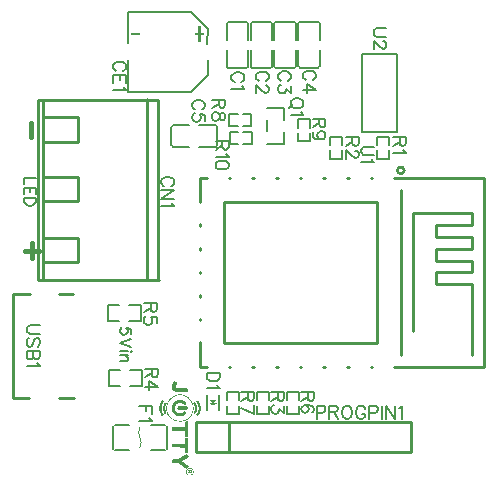
<source format=gto>
G04 Layer: TopSilkscreenLayer*
G04 EasyEDA v6.5.22, 2023-04-06 23:37:51*
G04 59bfaf2a9afe4f888a6a27d7eff82a53,13d4147aac1444c28c06bf4132869bd4,10*
G04 Gerber Generator version 0.2*
G04 Scale: 100 percent, Rotated: No, Reflected: No *
G04 Dimensions in millimeters *
G04 leading zeros omitted , absolute positions ,4 integer and 5 decimal *
%FSLAX45Y45*%
%MOMM*%

%ADD10C,0.4000*%
%ADD11C,0.2032*%
%ADD12C,0.1524*%
%ADD13C,0.2540*%
%ADD14C,0.1300*%
%ADD15C,0.1000*%
%ADD16C,0.0762*%
%ADD17C,0.0111*%

%LPD*%
G36*
X1283716Y-3142234D02*
G01*
X1279347Y-3144215D01*
X1274978Y-3147669D01*
X1270812Y-3152343D01*
X1267002Y-3157931D01*
X1263751Y-3164128D01*
X1261211Y-3170732D01*
X1259535Y-3177336D01*
X1258925Y-3183686D01*
X1259433Y-3190900D01*
X1260805Y-3197860D01*
X1263091Y-3204514D01*
X1266240Y-3210712D01*
X1270152Y-3216402D01*
X1274876Y-3221634D01*
X1280363Y-3226257D01*
X1286560Y-3230168D01*
X1296162Y-3235502D01*
X1394002Y-3235502D01*
X1397406Y-3231286D01*
X1399997Y-3225800D01*
X1400860Y-3218789D01*
X1399946Y-3211677D01*
X1397304Y-3205988D01*
X1393901Y-3201517D01*
X1333957Y-3200298D01*
X1314704Y-3199688D01*
X1308811Y-3199333D01*
X1304747Y-3198774D01*
X1302004Y-3198114D01*
X1300226Y-3197250D01*
X1298905Y-3196132D01*
X1297432Y-3194304D01*
X1296060Y-3191967D01*
X1294942Y-3189478D01*
X1294231Y-3187090D01*
X1293977Y-3183991D01*
X1294638Y-3180994D01*
X1296517Y-3177489D01*
X1302359Y-3169208D01*
X1304493Y-3165602D01*
X1305915Y-3162452D01*
X1306423Y-3160217D01*
X1304137Y-3153206D01*
X1298397Y-3146907D01*
X1291031Y-3142792D01*
G37*
G36*
X1326438Y-3254552D02*
G01*
X1319072Y-3254756D01*
X1312214Y-3255416D01*
X1305712Y-3256534D01*
X1299260Y-3258159D01*
X1292656Y-3260394D01*
X1285748Y-3263239D01*
X1278229Y-3266744D01*
X1272032Y-3270046D01*
X1266037Y-3273704D01*
X1260297Y-3277768D01*
X1254810Y-3282187D01*
X1249578Y-3286912D01*
X1244650Y-3291992D01*
X1240028Y-3297326D01*
X1235710Y-3302965D01*
X1231747Y-3308858D01*
X1228090Y-3315055D01*
X1224838Y-3321405D01*
X1221994Y-3328060D01*
X1219809Y-3334207D01*
X1218031Y-3340811D01*
X1216660Y-3347770D01*
X1215694Y-3355035D01*
X1215065Y-3363417D01*
X1221994Y-3363417D01*
X1222349Y-3355289D01*
X1223670Y-3347974D01*
X1226312Y-3338880D01*
X1228140Y-3333445D01*
X1230223Y-3328111D01*
X1232560Y-3322980D01*
X1237945Y-3313176D01*
X1240942Y-3308502D01*
X1247597Y-3299815D01*
X1251254Y-3295700D01*
X1259128Y-3288131D01*
X1263345Y-3284677D01*
X1267764Y-3281426D01*
X1277112Y-3275584D01*
X1281988Y-3273044D01*
X1287068Y-3270707D01*
X1297686Y-3266744D01*
X1303172Y-3265170D01*
X1309014Y-3263798D01*
X1314805Y-3262782D01*
X1320596Y-3262071D01*
X1326337Y-3261664D01*
X1332077Y-3261563D01*
X1343355Y-3262325D01*
X1348892Y-3263138D01*
X1354328Y-3264204D01*
X1359712Y-3265576D01*
X1364996Y-3267202D01*
X1370177Y-3269081D01*
X1375257Y-3271265D01*
X1385062Y-3276346D01*
X1394256Y-3282442D01*
X1398625Y-3285794D01*
X1406906Y-3293211D01*
X1410766Y-3297275D01*
X1417878Y-3305962D01*
X1424178Y-3315462D01*
X1426972Y-3320440D01*
X1431848Y-3331006D01*
X1433931Y-3336544D01*
X1435709Y-3342233D01*
X1437233Y-3348126D01*
X1438452Y-3354120D01*
X1439164Y-3359302D01*
X1439418Y-3365144D01*
X1439316Y-3371342D01*
X1438859Y-3377895D01*
X1438046Y-3384499D01*
X1436878Y-3391154D01*
X1435404Y-3397605D01*
X1433626Y-3403752D01*
X1431544Y-3409594D01*
X1429156Y-3415233D01*
X1426514Y-3420719D01*
X1423619Y-3426002D01*
X1417015Y-3435908D01*
X1413306Y-3440582D01*
X1409344Y-3445001D01*
X1405178Y-3449218D01*
X1400759Y-3453180D01*
X1396085Y-3456889D01*
X1391208Y-3460394D01*
X1380794Y-3466592D01*
X1375257Y-3469284D01*
X1369517Y-3471773D01*
X1362456Y-3474262D01*
X1355598Y-3475888D01*
X1347673Y-3476955D01*
X1337310Y-3477564D01*
X1328826Y-3477818D01*
X1321206Y-3477666D01*
X1314246Y-3477209D01*
X1307846Y-3476345D01*
X1301800Y-3475075D01*
X1295908Y-3473297D01*
X1289964Y-3471062D01*
X1283868Y-3468319D01*
X1277518Y-3464966D01*
X1271422Y-3461308D01*
X1265631Y-3457295D01*
X1260144Y-3452926D01*
X1254963Y-3448253D01*
X1250086Y-3443274D01*
X1245565Y-3437991D01*
X1241348Y-3432403D01*
X1237488Y-3426510D01*
X1233932Y-3420414D01*
X1230782Y-3414014D01*
X1228039Y-3407359D01*
X1225651Y-3400298D01*
X1224026Y-3393287D01*
X1223010Y-3385108D01*
X1222349Y-3374694D01*
X1221994Y-3363417D01*
X1215065Y-3363417D01*
X1214932Y-3369970D01*
X1215136Y-3377437D01*
X1215745Y-3384905D01*
X1216761Y-3392119D01*
X1218133Y-3399129D01*
X1219962Y-3405733D01*
X1222146Y-3411931D01*
X1224381Y-3417112D01*
X1229461Y-3426917D01*
X1232255Y-3431590D01*
X1238453Y-3440328D01*
X1245260Y-3448304D01*
X1252728Y-3455568D01*
X1260703Y-3462020D01*
X1269136Y-3467709D01*
X1278026Y-3472637D01*
X1287272Y-3476701D01*
X1291996Y-3478479D01*
X1301648Y-3481324D01*
X1311503Y-3483356D01*
X1321511Y-3484575D01*
X1331569Y-3484879D01*
X1336649Y-3484727D01*
X1346708Y-3483711D01*
X1351737Y-3482898D01*
X1361694Y-3480562D01*
X1371498Y-3477310D01*
X1381048Y-3473145D01*
X1385722Y-3470706D01*
X1394815Y-3465118D01*
X1399235Y-3461969D01*
X1407769Y-3454958D01*
X1415440Y-3447287D01*
X1422196Y-3439261D01*
X1428191Y-3430625D01*
X1433372Y-3421481D01*
X1435709Y-3416706D01*
X1439672Y-3406851D01*
X1442821Y-3396640D01*
X1443939Y-3391001D01*
X1444752Y-3384296D01*
X1445260Y-3376929D01*
X1445412Y-3369208D01*
X1445209Y-3361537D01*
X1444701Y-3354222D01*
X1443888Y-3347567D01*
X1442720Y-3341979D01*
X1440840Y-3336036D01*
X1438402Y-3329584D01*
X1435455Y-3322929D01*
X1432204Y-3316274D01*
X1428648Y-3309823D01*
X1424990Y-3303828D01*
X1421282Y-3298444D01*
X1417726Y-3293973D01*
X1409242Y-3285236D01*
X1404772Y-3281273D01*
X1400200Y-3277615D01*
X1395526Y-3274212D01*
X1390650Y-3271062D01*
X1385671Y-3268217D01*
X1380540Y-3265627D01*
X1375308Y-3263290D01*
X1369872Y-3261258D01*
X1364335Y-3259480D01*
X1358646Y-3258007D01*
X1352854Y-3256788D01*
X1346860Y-3255822D01*
X1340764Y-3255162D01*
X1334516Y-3254756D01*
G37*
G36*
X1330147Y-3301746D02*
G01*
X1318971Y-3301847D01*
X1311757Y-3302558D01*
X1306118Y-3304235D01*
X1299667Y-3307384D01*
X1294739Y-3310178D01*
X1290167Y-3313176D01*
X1285849Y-3316478D01*
X1281887Y-3319983D01*
X1278229Y-3323742D01*
X1274927Y-3327755D01*
X1271930Y-3331972D01*
X1269238Y-3336442D01*
X1266952Y-3341166D01*
X1264920Y-3346043D01*
X1263294Y-3351174D01*
X1261973Y-3356508D01*
X1261008Y-3362401D01*
X1260602Y-3368294D01*
X1260703Y-3374186D01*
X1261262Y-3380028D01*
X1262380Y-3385769D01*
X1263904Y-3391408D01*
X1265936Y-3396843D01*
X1268374Y-3402177D01*
X1271219Y-3407257D01*
X1274521Y-3412134D01*
X1278178Y-3416706D01*
X1282242Y-3421024D01*
X1286662Y-3424986D01*
X1291437Y-3428644D01*
X1296517Y-3431895D01*
X1301953Y-3434689D01*
X1307998Y-3437280D01*
X1313688Y-3438702D01*
X1320749Y-3439363D01*
X1331061Y-3439515D01*
X1341729Y-3439363D01*
X1348638Y-3438651D01*
X1354175Y-3436924D01*
X1360576Y-3433775D01*
X1368704Y-3429152D01*
X1374495Y-3425190D01*
X1378712Y-3421227D01*
X1382064Y-3416706D01*
X1383588Y-3413963D01*
X1384198Y-3411677D01*
X1383944Y-3409340D01*
X1382928Y-3406343D01*
X1378966Y-3400094D01*
X1373682Y-3397707D01*
X1366875Y-3399180D01*
X1351584Y-3408832D01*
X1344625Y-3411982D01*
X1337564Y-3413963D01*
X1330502Y-3414725D01*
X1323492Y-3414268D01*
X1316583Y-3412591D01*
X1309928Y-3409746D01*
X1303629Y-3405682D01*
X1299108Y-3401771D01*
X1295298Y-3397453D01*
X1292199Y-3392830D01*
X1289710Y-3387851D01*
X1287932Y-3382721D01*
X1286814Y-3377437D01*
X1286306Y-3372053D01*
X1286510Y-3366617D01*
X1287322Y-3361283D01*
X1288745Y-3356051D01*
X1290828Y-3350971D01*
X1293520Y-3346145D01*
X1296873Y-3341674D01*
X1300784Y-3337560D01*
X1305306Y-3333851D01*
X1310436Y-3330701D01*
X1314500Y-3328924D01*
X1318818Y-3327704D01*
X1323898Y-3327095D01*
X1330147Y-3326892D01*
X1339138Y-3327450D01*
X1346606Y-3329228D01*
X1353261Y-3332530D01*
X1361694Y-3339185D01*
X1366113Y-3341979D01*
X1367942Y-3342741D01*
X1375054Y-3342690D01*
X1380439Y-3338779D01*
X1383131Y-3332429D01*
X1382115Y-3324860D01*
X1378915Y-3320287D01*
X1373225Y-3315157D01*
X1365707Y-3309975D01*
X1357020Y-3305200D01*
X1352600Y-3303473D01*
X1347368Y-3302406D01*
X1340205Y-3301898D01*
G37*
G36*
X1481836Y-3302609D02*
G01*
X1480362Y-3303320D01*
X1472844Y-3308502D01*
X1467307Y-3312668D01*
X1467459Y-3313429D01*
X1469948Y-3317290D01*
X1474470Y-3323539D01*
X1477264Y-3328212D01*
X1480007Y-3333343D01*
X1482344Y-3338423D01*
X1484985Y-3345230D01*
X1486509Y-3351428D01*
X1487170Y-3358997D01*
X1487373Y-3369868D01*
X1487220Y-3377742D01*
X1486712Y-3384854D01*
X1485747Y-3391255D01*
X1484376Y-3397148D01*
X1482445Y-3402736D01*
X1479905Y-3408172D01*
X1476806Y-3413607D01*
X1467002Y-3427577D01*
X1480820Y-3438499D01*
X1485392Y-3433673D01*
X1488998Y-3429304D01*
X1492351Y-3424224D01*
X1495450Y-3418484D01*
X1498295Y-3412236D01*
X1500733Y-3405581D01*
X1502867Y-3398621D01*
X1504645Y-3391458D01*
X1505966Y-3384245D01*
X1506880Y-3377082D01*
X1507236Y-3370072D01*
X1507134Y-3363315D01*
X1506474Y-3357016D01*
X1505458Y-3351326D01*
X1504035Y-3345535D01*
X1502308Y-3339693D01*
X1500276Y-3333902D01*
X1497990Y-3328263D01*
X1495501Y-3322878D01*
X1492859Y-3317900D01*
X1487170Y-3309162D01*
X1482801Y-3303473D01*
G37*
G36*
X1180642Y-3302609D02*
G01*
X1179931Y-3303015D01*
X1177290Y-3305860D01*
X1172362Y-3312718D01*
X1169314Y-3317748D01*
X1166520Y-3322980D01*
X1164031Y-3328415D01*
X1161796Y-3333953D01*
X1159865Y-3339642D01*
X1158290Y-3345383D01*
X1156970Y-3351225D01*
X1155954Y-3357067D01*
X1154887Y-3368751D01*
X1154887Y-3374542D01*
X1155192Y-3380232D01*
X1155801Y-3385820D01*
X1156766Y-3391306D01*
X1158138Y-3396589D01*
X1161643Y-3406749D01*
X1166266Y-3417315D01*
X1171346Y-3426866D01*
X1173784Y-3430828D01*
X1180388Y-3439210D01*
X1194866Y-3427729D01*
X1184960Y-3413302D01*
X1181760Y-3407816D01*
X1179220Y-3402533D01*
X1177340Y-3397199D01*
X1175969Y-3391611D01*
X1175105Y-3385515D01*
X1174648Y-3378606D01*
X1174496Y-3370630D01*
X1174699Y-3359200D01*
X1175359Y-3351479D01*
X1176883Y-3345281D01*
X1179626Y-3338423D01*
X1182014Y-3333394D01*
X1184757Y-3328263D01*
X1187500Y-3323691D01*
X1189888Y-3320237D01*
X1195070Y-3313684D01*
X1185722Y-3306013D01*
X1181557Y-3303066D01*
G37*
G36*
X1457960Y-3320338D02*
G01*
X1443939Y-3331464D01*
X1449273Y-3341624D01*
X1451457Y-3346348D01*
X1453184Y-3351276D01*
X1454505Y-3356406D01*
X1455470Y-3361639D01*
X1455978Y-3366922D01*
X1456080Y-3372256D01*
X1455724Y-3377590D01*
X1455013Y-3382772D01*
X1453896Y-3387801D01*
X1452321Y-3392627D01*
X1450390Y-3397199D01*
X1448054Y-3401415D01*
X1443278Y-3408934D01*
X1451762Y-3415893D01*
X1455978Y-3418535D01*
X1457147Y-3418941D01*
X1459941Y-3416909D01*
X1463598Y-3411626D01*
X1467459Y-3404311D01*
X1470812Y-3396132D01*
X1472184Y-3391560D01*
X1473301Y-3386582D01*
X1474825Y-3376117D01*
X1475181Y-3365906D01*
X1474927Y-3361283D01*
X1474317Y-3357219D01*
X1472336Y-3349193D01*
X1469542Y-3341166D01*
X1466189Y-3333648D01*
X1462430Y-3327146D01*
G37*
G36*
X1204315Y-3322320D02*
G01*
X1201115Y-3324961D01*
X1196949Y-3331768D01*
X1192733Y-3341166D01*
X1189278Y-3351479D01*
X1188008Y-3357067D01*
X1187145Y-3362604D01*
X1186688Y-3368040D01*
X1186688Y-3373526D01*
X1187145Y-3378962D01*
X1188059Y-3384499D01*
X1189380Y-3390036D01*
X1191107Y-3395675D01*
X1194663Y-3404463D01*
X1198422Y-3411880D01*
X1201978Y-3417011D01*
X1204671Y-3418941D01*
X1205941Y-3418535D01*
X1210310Y-3415893D01*
X1218793Y-3408934D01*
X1214120Y-3401517D01*
X1211681Y-3397199D01*
X1209700Y-3392627D01*
X1208074Y-3387801D01*
X1206906Y-3382772D01*
X1206144Y-3377641D01*
X1205839Y-3372408D01*
X1205890Y-3367125D01*
X1206398Y-3361893D01*
X1207312Y-3356711D01*
X1208684Y-3351631D01*
X1210462Y-3346704D01*
X1212646Y-3341979D01*
X1218184Y-3331362D01*
X1209802Y-3325063D01*
X1205585Y-3322675D01*
G37*
G36*
X1315262Y-3356305D02*
G01*
X1310640Y-3361842D01*
X1307287Y-3366719D01*
X1306271Y-3371037D01*
X1307541Y-3375202D01*
X1311198Y-3379724D01*
X1316431Y-3384956D01*
X1376172Y-3384854D01*
X1387856Y-3384397D01*
X1391107Y-3383889D01*
X1393291Y-3383076D01*
X1394917Y-3382010D01*
X1396441Y-3380536D01*
X1399743Y-3375660D01*
X1400860Y-3370173D01*
X1399895Y-3364788D01*
X1396695Y-3360216D01*
X1395222Y-3358946D01*
X1393545Y-3358032D01*
X1391208Y-3357321D01*
X1387754Y-3356864D01*
X1375714Y-3356406D01*
G37*
G36*
X1386535Y-3483356D02*
G01*
X1382217Y-3483559D01*
X1378864Y-3484219D01*
X1376324Y-3485642D01*
X1374546Y-3488080D01*
X1373327Y-3491737D01*
X1372616Y-3496818D01*
X1372209Y-3512413D01*
X1372209Y-3533495D01*
X1289100Y-3533546D01*
X1273149Y-3534003D01*
X1268984Y-3534460D01*
X1266494Y-3535172D01*
X1265072Y-3536137D01*
X1264005Y-3537458D01*
X1261770Y-3543503D01*
X1261160Y-3551224D01*
X1262227Y-3558743D01*
X1264818Y-3563924D01*
X1266139Y-3565042D01*
X1267968Y-3565906D01*
X1270812Y-3566566D01*
X1281887Y-3567277D01*
X1303832Y-3567480D01*
X1372209Y-3567480D01*
X1372362Y-3596487D01*
X1372768Y-3603853D01*
X1373327Y-3609390D01*
X1374038Y-3612337D01*
X1375410Y-3614064D01*
X1377594Y-3615131D01*
X1381150Y-3615690D01*
X1386535Y-3615842D01*
X1391920Y-3615690D01*
X1395425Y-3615131D01*
X1397609Y-3614064D01*
X1398981Y-3612337D01*
X1399387Y-3610559D01*
X1400098Y-3601465D01*
X1400556Y-3585514D01*
X1400810Y-3563365D01*
X1400759Y-3519576D01*
X1400505Y-3506165D01*
X1400098Y-3497122D01*
X1399489Y-3491534D01*
X1398625Y-3488334D01*
X1398066Y-3487369D01*
X1396288Y-3485387D01*
X1394104Y-3484168D01*
X1390954Y-3483559D01*
G37*
G36*
X1386027Y-3621176D02*
G01*
X1381912Y-3621379D01*
X1378661Y-3622090D01*
X1376222Y-3623513D01*
X1374495Y-3626002D01*
X1373327Y-3629660D01*
X1372616Y-3634740D01*
X1372209Y-3650234D01*
X1372209Y-3671315D01*
X1291234Y-3671366D01*
X1275283Y-3671824D01*
X1270812Y-3672230D01*
X1267968Y-3672890D01*
X1266139Y-3673754D01*
X1264818Y-3674872D01*
X1263142Y-3677056D01*
X1262024Y-3679748D01*
X1261414Y-3683304D01*
X1261211Y-3691890D01*
X1261313Y-3695141D01*
X1261770Y-3697782D01*
X1262786Y-3699865D01*
X1264615Y-3701440D01*
X1267510Y-3702659D01*
X1271625Y-3703523D01*
X1277264Y-3704082D01*
X1293876Y-3704640D01*
X1372209Y-3705453D01*
X1372311Y-3735273D01*
X1372666Y-3741877D01*
X1373428Y-3746906D01*
X1374648Y-3750513D01*
X1376476Y-3753002D01*
X1378966Y-3754475D01*
X1382318Y-3755237D01*
X1386535Y-3755440D01*
X1389888Y-3755186D01*
X1392783Y-3754526D01*
X1395272Y-3753408D01*
X1398066Y-3750970D01*
X1398727Y-3749954D01*
X1399743Y-3746601D01*
X1400352Y-3740302D01*
X1400810Y-3712413D01*
X1400759Y-3654348D01*
X1400556Y-3640632D01*
X1400098Y-3632098D01*
X1399387Y-3627323D01*
X1398879Y-3625900D01*
X1397558Y-3624122D01*
X1395628Y-3622903D01*
X1392986Y-3621989D01*
X1389735Y-3621379D01*
G37*
G36*
X1385316Y-3760063D02*
G01*
X1382268Y-3760622D01*
X1378610Y-3761994D01*
X1374190Y-3764178D01*
X1368856Y-3767226D01*
X1354937Y-3776116D01*
X1313535Y-3803751D01*
X1284224Y-3803904D01*
X1276756Y-3804310D01*
X1270965Y-3804970D01*
X1267561Y-3805834D01*
X1264310Y-3808425D01*
X1261973Y-3812387D01*
X1260652Y-3817264D01*
X1260348Y-3822547D01*
X1260957Y-3827729D01*
X1262481Y-3832351D01*
X1264970Y-3835958D01*
X1268425Y-3837940D01*
X1271778Y-3838448D01*
X1285138Y-3839210D01*
X1314043Y-3839514D01*
X1360576Y-3870451D01*
X1370380Y-3876649D01*
X1377746Y-3880815D01*
X1383182Y-3882999D01*
X1387297Y-3883456D01*
X1390599Y-3882237D01*
X1393596Y-3879545D01*
X1396847Y-3875532D01*
X1400200Y-3870655D01*
X1402181Y-3866387D01*
X1402537Y-3862476D01*
X1401216Y-3858666D01*
X1398016Y-3854653D01*
X1392732Y-3850182D01*
X1385316Y-3845001D01*
X1353667Y-3825290D01*
X1349603Y-3822293D01*
X1348994Y-3821582D01*
X1350721Y-3820160D01*
X1362303Y-3812540D01*
X1379677Y-3801719D01*
X1393952Y-3792372D01*
X1397609Y-3789730D01*
X1401419Y-3785209D01*
X1402537Y-3780180D01*
X1400962Y-3774389D01*
X1396695Y-3767632D01*
X1394460Y-3764889D01*
X1392326Y-3762705D01*
X1390243Y-3761130D01*
X1387957Y-3760266D01*
G37*
G36*
X1413357Y-3877106D02*
G01*
X1407617Y-3877614D01*
X1402130Y-3879087D01*
X1397101Y-3881424D01*
X1392580Y-3884574D01*
X1388719Y-3888384D01*
X1385570Y-3892804D01*
X1383284Y-3897782D01*
X1381963Y-3903167D01*
X1381542Y-3907840D01*
X1387043Y-3907840D01*
X1387551Y-3902964D01*
X1389634Y-3896918D01*
X1393240Y-3891787D01*
X1398016Y-3887673D01*
X1403705Y-3884726D01*
X1409954Y-3883101D01*
X1416507Y-3882847D01*
X1422958Y-3884168D01*
X1429004Y-3887063D01*
X1433372Y-3890721D01*
X1436624Y-3895191D01*
X1438859Y-3900271D01*
X1439976Y-3905707D01*
X1439926Y-3911244D01*
X1438808Y-3916679D01*
X1436471Y-3921810D01*
X1432966Y-3926433D01*
X1429258Y-3929684D01*
X1425346Y-3932123D01*
X1421333Y-3933799D01*
X1417167Y-3934764D01*
X1413052Y-3935018D01*
X1408938Y-3934663D01*
X1405026Y-3933647D01*
X1401267Y-3932072D01*
X1397812Y-3929938D01*
X1394714Y-3927297D01*
X1392072Y-3924198D01*
X1389888Y-3920693D01*
X1388262Y-3916730D01*
X1387297Y-3912463D01*
X1387043Y-3907840D01*
X1381542Y-3907840D01*
X1381760Y-3913022D01*
X1382623Y-3917492D01*
X1384046Y-3921658D01*
X1385976Y-3925468D01*
X1388414Y-3928922D01*
X1391208Y-3931970D01*
X1394358Y-3934612D01*
X1397863Y-3936847D01*
X1401572Y-3938625D01*
X1405483Y-3939895D01*
X1409547Y-3940708D01*
X1413713Y-3940962D01*
X1417878Y-3940708D01*
X1422044Y-3939946D01*
X1426159Y-3938524D01*
X1430172Y-3936542D01*
X1433982Y-3933951D01*
X1437538Y-3930700D01*
X1440840Y-3926738D01*
X1443634Y-3920185D01*
X1445107Y-3911142D01*
X1445107Y-3902201D01*
X1443380Y-3895750D01*
X1440332Y-3891229D01*
X1437182Y-3887368D01*
X1433830Y-3884117D01*
X1430274Y-3881526D01*
X1426514Y-3879596D01*
X1422450Y-3878173D01*
X1418082Y-3877360D01*
G37*
G36*
X1413357Y-3896817D02*
G01*
X1403502Y-3896868D01*
X1398168Y-3897325D01*
X1395933Y-3898392D01*
X1395476Y-3900373D01*
X1395730Y-3902151D01*
X1396695Y-3903268D01*
X1398625Y-3903827D01*
X1404467Y-3904132D01*
X1406448Y-3904589D01*
X1407617Y-3905351D01*
X1407968Y-3906316D01*
X1415338Y-3906316D01*
X1415846Y-3904843D01*
X1417218Y-3904132D01*
X1419656Y-3903979D01*
X1422095Y-3904132D01*
X1423416Y-3904843D01*
X1423924Y-3906316D01*
X1423771Y-3908907D01*
X1423314Y-3911142D01*
X1422501Y-3912666D01*
X1421333Y-3913530D01*
X1419656Y-3913784D01*
X1417980Y-3913530D01*
X1416761Y-3912666D01*
X1415948Y-3911142D01*
X1415491Y-3908907D01*
X1415338Y-3906316D01*
X1407968Y-3906316D01*
X1407515Y-3907739D01*
X1406144Y-3909314D01*
X1404162Y-3911041D01*
X1398016Y-3915410D01*
X1395882Y-3918153D01*
X1395476Y-3920642D01*
X1396949Y-3922572D01*
X1397965Y-3922623D01*
X1399692Y-3922166D01*
X1407566Y-3918051D01*
X1409750Y-3917289D01*
X1411427Y-3917696D01*
X1413256Y-3919067D01*
X1417066Y-3921251D01*
X1421333Y-3921760D01*
X1425346Y-3920591D01*
X1428496Y-3917899D01*
X1429562Y-3915664D01*
X1430477Y-3912565D01*
X1431036Y-3909009D01*
X1431290Y-3905351D01*
X1431290Y-3896817D01*
G37*
D10*
X68094Y-955497D02*
G01*
X68094Y-1078179D01*
D11*
X107337Y-1418996D02*
G01*
X11833Y-1418996D01*
X11833Y-1418996D02*
G01*
X11833Y-1473606D01*
X107337Y-1503578D02*
G01*
X11833Y-1503578D01*
X107337Y-1503578D02*
G01*
X107337Y-1562506D01*
X61871Y-1503578D02*
G01*
X61871Y-1539900D01*
X11833Y-1503578D02*
G01*
X11833Y-1562506D01*
X107337Y-1592732D02*
G01*
X11833Y-1592732D01*
X107337Y-1592732D02*
G01*
X107337Y-1624482D01*
X102765Y-1638198D01*
X93875Y-1647088D01*
X84731Y-1651660D01*
X71015Y-1656232D01*
X48409Y-1656232D01*
X34693Y-1651660D01*
X25549Y-1647088D01*
X16405Y-1638198D01*
X11833Y-1624482D01*
X11833Y-1592732D01*
D10*
X140809Y-2037963D02*
G01*
X18127Y-2037963D01*
X79595Y-1976495D02*
G01*
X79595Y-2099177D01*
D11*
X917831Y-2743113D02*
G01*
X917831Y-2697647D01*
X876937Y-2693075D01*
X881509Y-2697647D01*
X886081Y-2711109D01*
X886081Y-2724825D01*
X881509Y-2738541D01*
X872365Y-2747685D01*
X858903Y-2752257D01*
X849759Y-2752257D01*
X836043Y-2747685D01*
X826899Y-2738541D01*
X822327Y-2724825D01*
X822327Y-2711109D01*
X826899Y-2697647D01*
X831471Y-2693075D01*
X840615Y-2688503D01*
X917831Y-2782229D02*
G01*
X822327Y-2818551D01*
X917831Y-2854873D02*
G01*
X822327Y-2818551D01*
X917831Y-2884845D02*
G01*
X913259Y-2889417D01*
X917831Y-2893989D01*
X922403Y-2889417D01*
X917831Y-2884845D01*
X886081Y-2889417D02*
G01*
X822327Y-2889417D01*
X886081Y-2923961D02*
G01*
X822327Y-2923961D01*
X867793Y-2923961D02*
G01*
X881509Y-2937677D01*
X886081Y-2946567D01*
X886081Y-2960283D01*
X881509Y-2969427D01*
X867793Y-2973999D01*
X822327Y-2973999D01*
D12*
X1091813Y-3353993D02*
G01*
X982847Y-3353993D01*
X1091813Y-3353993D02*
G01*
X1091813Y-3421557D01*
X1039997Y-3353993D02*
G01*
X1039997Y-3395649D01*
X1070985Y-3455847D02*
G01*
X1076319Y-3466261D01*
X1091813Y-3481755D01*
X982847Y-3481755D01*
X1142314Y-3036493D02*
G01*
X1033348Y-3036493D01*
X1142314Y-3036493D02*
G01*
X1142314Y-3083229D01*
X1137234Y-3098723D01*
X1131900Y-3104057D01*
X1121486Y-3109137D01*
X1111072Y-3109137D01*
X1100658Y-3104057D01*
X1095578Y-3098723D01*
X1090498Y-3083229D01*
X1090498Y-3036493D01*
X1090498Y-3072815D02*
G01*
X1033348Y-3109137D01*
X1142314Y-3195497D02*
G01*
X1069670Y-3143427D01*
X1069670Y-3221405D01*
X1142314Y-3195497D02*
G01*
X1033348Y-3195497D01*
X1132814Y-2484493D02*
G01*
X1023848Y-2484493D01*
X1132814Y-2484493D02*
G01*
X1132814Y-2531229D01*
X1127734Y-2546723D01*
X1122400Y-2552057D01*
X1111986Y-2557137D01*
X1101572Y-2557137D01*
X1091158Y-2552057D01*
X1086078Y-2546723D01*
X1080998Y-2531229D01*
X1080998Y-2484493D01*
X1080998Y-2520815D02*
G01*
X1023848Y-2557137D01*
X1132814Y-2653911D02*
G01*
X1132814Y-2601841D01*
X1086078Y-2596761D01*
X1091158Y-2601841D01*
X1096492Y-2617589D01*
X1096492Y-2633083D01*
X1091158Y-2648577D01*
X1080998Y-2658991D01*
X1065250Y-2664325D01*
X1054836Y-2664325D01*
X1039342Y-2658991D01*
X1028928Y-2648577D01*
X1023848Y-2633083D01*
X1023848Y-2617589D01*
X1028928Y-2601841D01*
X1034008Y-2596761D01*
X1044422Y-2591427D01*
X141315Y-2669994D02*
G01*
X63337Y-2669994D01*
X47843Y-2675074D01*
X37429Y-2685488D01*
X32349Y-2701236D01*
X32349Y-2711650D01*
X37429Y-2727144D01*
X47843Y-2737558D01*
X63337Y-2742638D01*
X141315Y-2742638D01*
X125821Y-2849826D02*
G01*
X136235Y-2839412D01*
X141315Y-2823664D01*
X141315Y-2803090D01*
X136235Y-2787342D01*
X125821Y-2776928D01*
X115407Y-2776928D01*
X104993Y-2782262D01*
X99659Y-2787342D01*
X94579Y-2797756D01*
X84165Y-2828998D01*
X79085Y-2839412D01*
X73751Y-2844492D01*
X63337Y-2849826D01*
X47843Y-2849826D01*
X37429Y-2839412D01*
X32349Y-2823664D01*
X32349Y-2803090D01*
X37429Y-2787342D01*
X47843Y-2776928D01*
X141315Y-2884116D02*
G01*
X32349Y-2884116D01*
X141315Y-2884116D02*
G01*
X141315Y-2930852D01*
X136235Y-2946346D01*
X130901Y-2951680D01*
X120487Y-2956760D01*
X110073Y-2956760D01*
X99659Y-2951680D01*
X94579Y-2946346D01*
X89499Y-2930852D01*
X89499Y-2884116D02*
G01*
X89499Y-2930852D01*
X84165Y-2946346D01*
X79085Y-2951680D01*
X68671Y-2956760D01*
X52923Y-2956760D01*
X42509Y-2951680D01*
X37429Y-2946346D01*
X32349Y-2930852D01*
X32349Y-2884116D01*
X120487Y-2991050D02*
G01*
X125821Y-3001464D01*
X141315Y-3016958D01*
X32349Y-3016958D01*
X1255369Y-1492859D02*
G01*
X1265783Y-1487779D01*
X1276197Y-1477365D01*
X1281277Y-1466951D01*
X1281277Y-1446123D01*
X1276197Y-1435709D01*
X1265783Y-1425295D01*
X1255369Y-1420215D01*
X1239875Y-1415135D01*
X1213713Y-1415135D01*
X1198219Y-1420215D01*
X1187805Y-1425295D01*
X1177391Y-1435709D01*
X1172311Y-1446123D01*
X1172311Y-1466951D01*
X1177391Y-1477365D01*
X1187805Y-1487779D01*
X1198219Y-1492859D01*
X1281277Y-1527149D02*
G01*
X1172311Y-1527149D01*
X1281277Y-1527149D02*
G01*
X1172311Y-1600047D01*
X1281277Y-1600047D02*
G01*
X1172311Y-1600047D01*
X1260449Y-1634337D02*
G01*
X1265783Y-1644751D01*
X1281277Y-1660245D01*
X1172311Y-1660245D01*
X2375385Y-780214D02*
G01*
X2370051Y-769800D01*
X2359637Y-759386D01*
X2349477Y-754306D01*
X2333729Y-748972D01*
X2307821Y-748972D01*
X2292327Y-754306D01*
X2281913Y-759386D01*
X2271499Y-769800D01*
X2266165Y-780214D01*
X2266165Y-801042D01*
X2271499Y-811456D01*
X2281913Y-821616D01*
X2292327Y-826950D01*
X2307821Y-832030D01*
X2333729Y-832030D01*
X2349477Y-826950D01*
X2359637Y-821616D01*
X2370051Y-811456D01*
X2375385Y-801042D01*
X2375385Y-780214D01*
X2286993Y-795708D02*
G01*
X2255751Y-826950D01*
X2354557Y-866320D02*
G01*
X2359637Y-876734D01*
X2375385Y-892482D01*
X2266165Y-892482D01*
X1712371Y-758517D02*
G01*
X1603151Y-758517D01*
X1712371Y-758517D02*
G01*
X1712371Y-805253D01*
X1707037Y-820747D01*
X1701957Y-826081D01*
X1691543Y-831161D01*
X1681129Y-831161D01*
X1670715Y-826081D01*
X1665635Y-820747D01*
X1660301Y-805253D01*
X1660301Y-758517D01*
X1660301Y-794839D02*
G01*
X1603151Y-831161D01*
X1712371Y-891613D02*
G01*
X1707037Y-875865D01*
X1696623Y-870785D01*
X1686463Y-870785D01*
X1676049Y-875865D01*
X1670715Y-886279D01*
X1665635Y-907107D01*
X1660301Y-922601D01*
X1649887Y-933015D01*
X1639473Y-938349D01*
X1623979Y-938349D01*
X1613565Y-933015D01*
X1608485Y-927935D01*
X1603151Y-912187D01*
X1603151Y-891613D01*
X1608485Y-875865D01*
X1613565Y-870785D01*
X1623979Y-865451D01*
X1639473Y-865451D01*
X1649887Y-870785D01*
X1660301Y-881199D01*
X1665635Y-896693D01*
X1670715Y-917521D01*
X1676049Y-927935D01*
X1686463Y-933015D01*
X1696623Y-933015D01*
X1707037Y-927935D01*
X1712371Y-912187D01*
X1712371Y-891613D01*
X2561813Y-920531D02*
G01*
X2452847Y-920531D01*
X2561813Y-920531D02*
G01*
X2561813Y-967267D01*
X2556733Y-982761D01*
X2551399Y-988095D01*
X2540985Y-993175D01*
X2530571Y-993175D01*
X2520157Y-988095D01*
X2515077Y-982761D01*
X2509997Y-967267D01*
X2509997Y-920531D01*
X2509997Y-956853D02*
G01*
X2452847Y-993175D01*
X2525491Y-1095029D02*
G01*
X2509997Y-1089949D01*
X2499583Y-1079535D01*
X2494249Y-1063787D01*
X2494249Y-1058707D01*
X2499583Y-1043213D01*
X2509997Y-1032799D01*
X2525491Y-1027465D01*
X2530571Y-1027465D01*
X2546319Y-1032799D01*
X2556733Y-1043213D01*
X2561813Y-1058707D01*
X2561813Y-1063787D01*
X2556733Y-1079535D01*
X2546319Y-1089949D01*
X2525491Y-1095029D01*
X2499583Y-1095029D01*
X2473421Y-1089949D01*
X2457927Y-1079535D01*
X2452847Y-1063787D01*
X2452847Y-1053627D01*
X2457927Y-1037879D01*
X2468341Y-1032799D01*
X1741307Y-1109891D02*
G01*
X1632341Y-1109891D01*
X1741307Y-1109891D02*
G01*
X1741307Y-1156881D01*
X1736227Y-1172375D01*
X1730893Y-1177455D01*
X1720479Y-1182789D01*
X1710065Y-1182789D01*
X1699651Y-1177455D01*
X1694571Y-1172375D01*
X1689491Y-1156881D01*
X1689491Y-1109891D01*
X1689491Y-1146467D02*
G01*
X1632341Y-1182789D01*
X1720479Y-1217079D02*
G01*
X1725813Y-1227493D01*
X1741307Y-1242987D01*
X1632341Y-1242987D01*
X1741307Y-1308519D02*
G01*
X1736227Y-1292771D01*
X1720479Y-1282611D01*
X1694571Y-1277277D01*
X1679077Y-1277277D01*
X1652915Y-1282611D01*
X1637421Y-1292771D01*
X1632341Y-1308519D01*
X1632341Y-1318933D01*
X1637421Y-1334427D01*
X1652915Y-1344841D01*
X1679077Y-1349921D01*
X1694571Y-1349921D01*
X1720479Y-1344841D01*
X1736227Y-1334427D01*
X1741307Y-1318933D01*
X1741307Y-1308519D01*
X1849404Y-606976D02*
G01*
X1859818Y-601642D01*
X1870232Y-591228D01*
X1875312Y-581068D01*
X1875312Y-560240D01*
X1870232Y-549826D01*
X1859818Y-539412D01*
X1849404Y-534078D01*
X1833656Y-528998D01*
X1807748Y-528998D01*
X1792254Y-534078D01*
X1781840Y-539412D01*
X1771426Y-549826D01*
X1766346Y-560240D01*
X1766346Y-581068D01*
X1771426Y-591228D01*
X1781840Y-601642D01*
X1792254Y-606976D01*
X1854484Y-641266D02*
G01*
X1859818Y-651680D01*
X1875312Y-667174D01*
X1766346Y-667174D01*
X2055103Y-599480D02*
G01*
X2065517Y-594146D01*
X2075931Y-583732D01*
X2081011Y-573572D01*
X2081011Y-552744D01*
X2075931Y-542330D01*
X2065517Y-531916D01*
X2055103Y-526582D01*
X2039355Y-521502D01*
X2013447Y-521502D01*
X1997953Y-526582D01*
X1987539Y-531916D01*
X1977125Y-542330D01*
X1972045Y-552744D01*
X1972045Y-573572D01*
X1977125Y-583732D01*
X1987539Y-594146D01*
X1997953Y-599480D01*
X2055103Y-638850D02*
G01*
X2060183Y-638850D01*
X2070597Y-644184D01*
X2075931Y-649264D01*
X2081011Y-659678D01*
X2081011Y-680506D01*
X2075931Y-690920D01*
X2070597Y-696000D01*
X2060183Y-701334D01*
X2049769Y-701334D01*
X2039355Y-696000D01*
X2023861Y-685586D01*
X1972045Y-633770D01*
X1972045Y-706414D01*
X2243894Y-599277D02*
G01*
X2254308Y-593943D01*
X2264722Y-583529D01*
X2269802Y-573369D01*
X2269802Y-552541D01*
X2264722Y-542127D01*
X2254308Y-531713D01*
X2243894Y-526379D01*
X2228146Y-521299D01*
X2202238Y-521299D01*
X2186744Y-526379D01*
X2176330Y-531713D01*
X2165916Y-542127D01*
X2160836Y-552541D01*
X2160836Y-573369D01*
X2165916Y-583529D01*
X2176330Y-593943D01*
X2186744Y-599277D01*
X2269802Y-643981D02*
G01*
X2269802Y-701131D01*
X2228146Y-669889D01*
X2228146Y-685383D01*
X2223066Y-695797D01*
X2217986Y-701131D01*
X2202238Y-706211D01*
X2191824Y-706211D01*
X2176330Y-701131D01*
X2165916Y-690717D01*
X2160836Y-674969D01*
X2160836Y-659475D01*
X2165916Y-643981D01*
X2170996Y-638647D01*
X2181410Y-633567D01*
X2452997Y-593877D02*
G01*
X2463411Y-588543D01*
X2473825Y-578129D01*
X2478905Y-567969D01*
X2478905Y-547141D01*
X2473825Y-536727D01*
X2463411Y-526313D01*
X2452997Y-520979D01*
X2437249Y-515899D01*
X2411341Y-515899D01*
X2395847Y-520979D01*
X2385433Y-526313D01*
X2375019Y-536727D01*
X2369939Y-547141D01*
X2369939Y-567969D01*
X2375019Y-578129D01*
X2385433Y-588543D01*
X2395847Y-593877D01*
X2478905Y-679983D02*
G01*
X2406261Y-628167D01*
X2406261Y-706145D01*
X2478905Y-679983D02*
G01*
X2369939Y-679983D01*
X1516895Y-842454D02*
G01*
X1527309Y-837120D01*
X1537723Y-826706D01*
X1542803Y-816546D01*
X1542803Y-795718D01*
X1537723Y-785304D01*
X1527309Y-774890D01*
X1516895Y-769556D01*
X1501147Y-764476D01*
X1475239Y-764476D01*
X1459745Y-769556D01*
X1449331Y-774890D01*
X1438917Y-785304D01*
X1433837Y-795718D01*
X1433837Y-816546D01*
X1438917Y-826706D01*
X1449331Y-837120D01*
X1459745Y-842454D01*
X1542803Y-938974D02*
G01*
X1542803Y-887158D01*
X1496067Y-881824D01*
X1501147Y-887158D01*
X1506481Y-902652D01*
X1506481Y-918146D01*
X1501147Y-933894D01*
X1490987Y-944308D01*
X1475239Y-949388D01*
X1464825Y-949388D01*
X1449331Y-944308D01*
X1438917Y-933894D01*
X1433837Y-918146D01*
X1433837Y-902652D01*
X1438917Y-887158D01*
X1443997Y-881824D01*
X1454411Y-876744D01*
X849906Y-514977D02*
G01*
X860320Y-509643D01*
X870734Y-499229D01*
X875814Y-489069D01*
X875814Y-468241D01*
X870734Y-457827D01*
X860320Y-447413D01*
X849906Y-442079D01*
X834158Y-436999D01*
X808250Y-436999D01*
X792756Y-442079D01*
X782342Y-447413D01*
X771928Y-457827D01*
X766848Y-468241D01*
X766848Y-489069D01*
X771928Y-499229D01*
X782342Y-509643D01*
X792756Y-514977D01*
X875814Y-549267D02*
G01*
X766848Y-549267D01*
X875814Y-549267D02*
G01*
X875814Y-616831D01*
X823998Y-549267D02*
G01*
X823998Y-590669D01*
X766848Y-549267D02*
G01*
X766848Y-616831D01*
X854986Y-651121D02*
G01*
X860320Y-661535D01*
X875814Y-677029D01*
X766848Y-677029D01*
X1666509Y-3071088D02*
G01*
X1557543Y-3071088D01*
X1666509Y-3071088D02*
G01*
X1666509Y-3107410D01*
X1661429Y-3123158D01*
X1651015Y-3133318D01*
X1640601Y-3138652D01*
X1624853Y-3143732D01*
X1598945Y-3143732D01*
X1583451Y-3138652D01*
X1573037Y-3133318D01*
X1562623Y-3123158D01*
X1557543Y-3107410D01*
X1557543Y-3071088D01*
X1645681Y-3178022D02*
G01*
X1651015Y-3188436D01*
X1666509Y-3204184D01*
X1557543Y-3204184D01*
X2489200Y-3351784D02*
G01*
X2489200Y-3460750D01*
X2489200Y-3351784D02*
G01*
X2535936Y-3351784D01*
X2551429Y-3356863D01*
X2556763Y-3362197D01*
X2561843Y-3372612D01*
X2561843Y-3388105D01*
X2556763Y-3398520D01*
X2551429Y-3403600D01*
X2535936Y-3408934D01*
X2489200Y-3408934D01*
X2596134Y-3351784D02*
G01*
X2596134Y-3460750D01*
X2596134Y-3351784D02*
G01*
X2642870Y-3351784D01*
X2658618Y-3356863D01*
X2663697Y-3362197D01*
X2669031Y-3372612D01*
X2669031Y-3383026D01*
X2663697Y-3393439D01*
X2658618Y-3398520D01*
X2642870Y-3403600D01*
X2596134Y-3403600D01*
X2632709Y-3403600D02*
G01*
X2669031Y-3460750D01*
X2734309Y-3351784D02*
G01*
X2724150Y-3356863D01*
X2713736Y-3367278D01*
X2708402Y-3377692D01*
X2703322Y-3393439D01*
X2703322Y-3419347D01*
X2708402Y-3434842D01*
X2713736Y-3445255D01*
X2724150Y-3455670D01*
X2734309Y-3460750D01*
X2755138Y-3460750D01*
X2765552Y-3455670D01*
X2775965Y-3445255D01*
X2781300Y-3434842D01*
X2786379Y-3419347D01*
X2786379Y-3393439D01*
X2781300Y-3377692D01*
X2775965Y-3367278D01*
X2765552Y-3356863D01*
X2755138Y-3351784D01*
X2734309Y-3351784D01*
X2898647Y-3377692D02*
G01*
X2893313Y-3367278D01*
X2882900Y-3356863D01*
X2872740Y-3351784D01*
X2851911Y-3351784D01*
X2841497Y-3356863D01*
X2831084Y-3367278D01*
X2825750Y-3377692D01*
X2820670Y-3393439D01*
X2820670Y-3419347D01*
X2825750Y-3434842D01*
X2831084Y-3445255D01*
X2841497Y-3455670D01*
X2851911Y-3460750D01*
X2872740Y-3460750D01*
X2882900Y-3455670D01*
X2893313Y-3445255D01*
X2898647Y-3434842D01*
X2898647Y-3419347D01*
X2872740Y-3419347D02*
G01*
X2898647Y-3419347D01*
X2932938Y-3351784D02*
G01*
X2932938Y-3460750D01*
X2932938Y-3351784D02*
G01*
X2979674Y-3351784D01*
X2995168Y-3356863D01*
X3000502Y-3362197D01*
X3005581Y-3372612D01*
X3005581Y-3388105D01*
X3000502Y-3398520D01*
X2995168Y-3403600D01*
X2979674Y-3408934D01*
X2932938Y-3408934D01*
X3039872Y-3351784D02*
G01*
X3039872Y-3460750D01*
X3074161Y-3351784D02*
G01*
X3074161Y-3460750D01*
X3074161Y-3351784D02*
G01*
X3147059Y-3460750D01*
X3147059Y-3351784D02*
G01*
X3147059Y-3460750D01*
X3181350Y-3372612D02*
G01*
X3191509Y-3367278D01*
X3207258Y-3351784D01*
X3207258Y-3460750D01*
X3242711Y-1078598D02*
G01*
X3133745Y-1078598D01*
X3242711Y-1078598D02*
G01*
X3242711Y-1125334D01*
X3237631Y-1140828D01*
X3232297Y-1146162D01*
X3221883Y-1151242D01*
X3211469Y-1151242D01*
X3201055Y-1146162D01*
X3195975Y-1140828D01*
X3190895Y-1125334D01*
X3190895Y-1078598D01*
X3190895Y-1114920D02*
G01*
X3133745Y-1151242D01*
X3221883Y-1185532D02*
G01*
X3227217Y-1195946D01*
X3242711Y-1211694D01*
X3133745Y-1211694D01*
X2842011Y-1078598D02*
G01*
X2733045Y-1078598D01*
X2842011Y-1078598D02*
G01*
X2842011Y-1125334D01*
X2836931Y-1140828D01*
X2831597Y-1146162D01*
X2821183Y-1151242D01*
X2810769Y-1151242D01*
X2800355Y-1146162D01*
X2795275Y-1140828D01*
X2790195Y-1125334D01*
X2790195Y-1078598D01*
X2790195Y-1114920D02*
G01*
X2733045Y-1151242D01*
X2816103Y-1190866D02*
G01*
X2821183Y-1190866D01*
X2831597Y-1195946D01*
X2836931Y-1201280D01*
X2842011Y-1211694D01*
X2842011Y-1232268D01*
X2836931Y-1242682D01*
X2831597Y-1248016D01*
X2821183Y-1253096D01*
X2810769Y-1253096D01*
X2800355Y-1248016D01*
X2784861Y-1237602D01*
X2733045Y-1185532D01*
X2733045Y-1258430D01*
X2210815Y-3238500D02*
G01*
X2101850Y-3238500D01*
X2210815Y-3238500D02*
G01*
X2210815Y-3285236D01*
X2205736Y-3300729D01*
X2200402Y-3306063D01*
X2189988Y-3311144D01*
X2179574Y-3311144D01*
X2169159Y-3306063D01*
X2164079Y-3300729D01*
X2159000Y-3285236D01*
X2159000Y-3238500D01*
X2159000Y-3274821D02*
G01*
X2101850Y-3311144D01*
X2210815Y-3355847D02*
G01*
X2210815Y-3412997D01*
X2169159Y-3382010D01*
X2169159Y-3397504D01*
X2164079Y-3407918D01*
X2159000Y-3412997D01*
X2143252Y-3418331D01*
X2132838Y-3418331D01*
X2117343Y-3412997D01*
X2106929Y-3402584D01*
X2101850Y-3387089D01*
X2101850Y-3371595D01*
X2106929Y-3355847D01*
X2112009Y-3350768D01*
X2122424Y-3345434D01*
X2464815Y-3238500D02*
G01*
X2355850Y-3238500D01*
X2464815Y-3238500D02*
G01*
X2464815Y-3285236D01*
X2459736Y-3300729D01*
X2454402Y-3306063D01*
X2443988Y-3311144D01*
X2433574Y-3311144D01*
X2423159Y-3306063D01*
X2418079Y-3300729D01*
X2413000Y-3285236D01*
X2413000Y-3238500D01*
X2413000Y-3274821D02*
G01*
X2355850Y-3311144D01*
X2449322Y-3407918D02*
G01*
X2459736Y-3402584D01*
X2464815Y-3387089D01*
X2464815Y-3376676D01*
X2459736Y-3361181D01*
X2443988Y-3350768D01*
X2418079Y-3345434D01*
X2392172Y-3345434D01*
X2371343Y-3350768D01*
X2360929Y-3361181D01*
X2355850Y-3376676D01*
X2355850Y-3382010D01*
X2360929Y-3397504D01*
X2371343Y-3407918D01*
X2386838Y-3412997D01*
X2392172Y-3412997D01*
X2407665Y-3407918D01*
X2418079Y-3397504D01*
X2423159Y-3382010D01*
X2423159Y-3376676D01*
X2418079Y-3361181D01*
X2407665Y-3350768D01*
X2392172Y-3345434D01*
X1956815Y-3238500D02*
G01*
X1847850Y-3238500D01*
X1956815Y-3238500D02*
G01*
X1956815Y-3285236D01*
X1951736Y-3300729D01*
X1946402Y-3306063D01*
X1935988Y-3311144D01*
X1925573Y-3311144D01*
X1915160Y-3306063D01*
X1910079Y-3300729D01*
X1905000Y-3285236D01*
X1905000Y-3238500D01*
X1905000Y-3274821D02*
G01*
X1847850Y-3311144D01*
X1956815Y-3418331D02*
G01*
X1847850Y-3366262D01*
X1956815Y-3345434D02*
G01*
X1956815Y-3418331D01*
X2974809Y-1157998D02*
G01*
X2896831Y-1157998D01*
X2881337Y-1163078D01*
X2870923Y-1173492D01*
X2865843Y-1189240D01*
X2865843Y-1199654D01*
X2870923Y-1215148D01*
X2881337Y-1225562D01*
X2896831Y-1230642D01*
X2974809Y-1230642D01*
X2953981Y-1264932D02*
G01*
X2959315Y-1275346D01*
X2974809Y-1291094D01*
X2865843Y-1291094D01*
X3078309Y-152999D02*
G01*
X3000331Y-152999D01*
X2984837Y-158079D01*
X2974423Y-168493D01*
X2969343Y-184241D01*
X2969343Y-194655D01*
X2974423Y-210149D01*
X2984837Y-220563D01*
X3000331Y-225643D01*
X3078309Y-225643D01*
X3052401Y-265267D02*
G01*
X3057481Y-265267D01*
X3067895Y-270347D01*
X3073229Y-275681D01*
X3078309Y-286095D01*
X3078309Y-306669D01*
X3073229Y-317083D01*
X3067895Y-322417D01*
X3057481Y-327497D01*
X3047067Y-327497D01*
X3036653Y-322417D01*
X3021159Y-312003D01*
X2969343Y-259933D01*
X2969343Y-332831D01*
G36*
X1486712Y-139192D02*
G01*
X1486712Y-271221D01*
X1506474Y-271221D01*
X1506474Y-139192D01*
G37*
G36*
X1456994Y-195275D02*
G01*
X1456994Y-215087D01*
X1536192Y-215087D01*
X1536192Y-195275D01*
G37*
G36*
X915771Y-195275D02*
G01*
X915771Y-215087D01*
X995019Y-215087D01*
X995019Y-195275D01*
G37*
G36*
X1609496Y-3323996D02*
G01*
X1581556Y-3346856D01*
X1637436Y-3346856D01*
G37*
G36*
X1581556Y-3301136D02*
G01*
X1609496Y-3323996D01*
X1637436Y-3301136D01*
G37*
X897879Y-3510231D02*
G01*
X778868Y-3510231D01*
X1083119Y-3510231D02*
G01*
X1202128Y-3510231D01*
X763628Y-3525471D02*
G01*
X763628Y-3713513D01*
X1217368Y-3525471D02*
G01*
X1217368Y-3713513D01*
X778868Y-3728753D02*
G01*
X897879Y-3728753D01*
X1202128Y-3728753D02*
G01*
X1083119Y-3728753D01*
X910620Y-3184055D02*
G01*
X1006508Y-3184055D01*
X1006508Y-3051934D01*
X910620Y-3051934D01*
X825378Y-3184055D02*
G01*
X729490Y-3184055D01*
X729490Y-3051934D01*
X825378Y-3051934D01*
X901618Y-2634554D02*
G01*
X997506Y-2634554D01*
X997506Y-2502433D01*
X901618Y-2502433D01*
X816376Y-2634554D02*
G01*
X720488Y-2634554D01*
X720488Y-2502433D01*
X816376Y-2502433D01*
D13*
X-80512Y-2402489D02*
G01*
X-80512Y-3284489D01*
X-80512Y-2403495D02*
G01*
X57487Y-2403495D01*
X-80568Y-3284433D02*
G01*
X54549Y-3284433D01*
X428497Y-2403495D02*
G01*
X304487Y-2403495D01*
X433285Y-3283491D02*
G01*
X309293Y-3283491D01*
X170942Y-2135428D02*
G01*
X467944Y-2135428D01*
X467944Y-1929196D01*
X170942Y-1929196D01*
X170942Y-1115799D02*
G01*
X467944Y-1115799D01*
X467944Y-909566D01*
X170942Y-909566D01*
X170942Y-1621985D02*
G01*
X467944Y-1621985D01*
X467944Y-1415752D01*
X170942Y-1415752D01*
X131698Y-759383D02*
G01*
X131698Y-2283383D01*
X1147698Y-759383D02*
G01*
X1147698Y-2283383D01*
X1147698Y-759383D02*
G01*
X131698Y-759383D01*
X1048562Y-757631D02*
G01*
X1048562Y-2281631D01*
X1148689Y-2283383D02*
G01*
X132689Y-2283383D01*
X171195Y-760526D02*
G01*
X171195Y-2284526D01*
D12*
X2064026Y-1134076D02*
G01*
X2209269Y-1134076D01*
X2209269Y-1030914D01*
X2064026Y-828835D02*
G01*
X2209269Y-828835D01*
X2209269Y-931997D01*
X2064026Y-1026995D02*
G01*
X2064026Y-935916D01*
X1863613Y-884097D02*
G01*
X1935416Y-884097D01*
X1935416Y-983818D01*
X1863613Y-983818D01*
X1818370Y-884097D02*
G01*
X1746567Y-884097D01*
X1746567Y-983818D01*
X1818370Y-983818D01*
X2328087Y-996934D02*
G01*
X2328087Y-925131D01*
X2427808Y-925131D01*
X2427808Y-996934D01*
X2328087Y-1042177D02*
G01*
X2328087Y-1113980D01*
X2427808Y-1113980D01*
X2427808Y-1042177D01*
X1867169Y-1033195D02*
G01*
X1938972Y-1033195D01*
X1938972Y-1132916D01*
X1867169Y-1132916D01*
X1821926Y-1033195D02*
G01*
X1750123Y-1033195D01*
X1750123Y-1132916D01*
X1821926Y-1132916D01*
X1905355Y-480120D02*
G01*
X1905355Y-339120D01*
X1724634Y-339120D02*
G01*
X1724634Y-480120D01*
X1739874Y-495360D02*
G01*
X1890115Y-495360D01*
X1905355Y-117881D02*
G01*
X1905355Y-258881D01*
X1724634Y-258881D02*
G01*
X1724634Y-117881D01*
X1739874Y-102641D02*
G01*
X1890115Y-102641D01*
X2108354Y-480120D02*
G01*
X2108354Y-339120D01*
X1927633Y-339120D02*
G01*
X1927633Y-480120D01*
X1942873Y-495360D02*
G01*
X2093114Y-495360D01*
X2108354Y-117881D02*
G01*
X2108354Y-258881D01*
X1927633Y-258881D02*
G01*
X1927633Y-117881D01*
X1942873Y-102641D02*
G01*
X2093114Y-102641D01*
X2309952Y-478020D02*
G01*
X2309952Y-337019D01*
X2129231Y-337019D02*
G01*
X2129231Y-478020D01*
X2144471Y-493260D02*
G01*
X2294712Y-493260D01*
X2309952Y-115780D02*
G01*
X2309952Y-256781D01*
X2129231Y-256781D02*
G01*
X2129231Y-115780D01*
X2144471Y-100540D02*
G01*
X2294712Y-100540D01*
X2512354Y-476120D02*
G01*
X2512354Y-335119D01*
X2331633Y-335119D02*
G01*
X2331633Y-476120D01*
X2346873Y-491360D02*
G01*
X2497114Y-491360D01*
X2512354Y-113880D02*
G01*
X2512354Y-254881D01*
X2331633Y-254881D02*
G01*
X2331633Y-113880D01*
X2346873Y-98640D02*
G01*
X2497114Y-98640D01*
X1632117Y-976137D02*
G01*
X1491117Y-976137D01*
X1491117Y-1156858D02*
G01*
X1632117Y-1156858D01*
X1647357Y-1141618D02*
G01*
X1647357Y-991377D01*
X1269878Y-976137D02*
G01*
X1410878Y-976137D01*
X1410878Y-1156858D02*
G01*
X1269878Y-1156858D01*
X1254638Y-1141618D02*
G01*
X1254638Y-991377D01*
X890435Y-283072D02*
G01*
X888431Y-19433D01*
X1424117Y-19433D01*
X1563563Y-158879D01*
X1562227Y-288419D01*
X889048Y-427769D02*
G01*
X888380Y-694616D01*
X1424000Y-694616D01*
X1563613Y-555002D01*
X1563613Y-425579D01*
D14*
X1659496Y-3258992D02*
G01*
X1659496Y-3388995D01*
X1559496Y-3258992D02*
G01*
X1559496Y-3388995D01*
D15*
X1632356Y-3323993D02*
G01*
X1584096Y-3323993D01*
D13*
X1742252Y-3492500D02*
G01*
X1742252Y-3746500D01*
X1464899Y-3746500D02*
G01*
X3284900Y-3746500D01*
X3284900Y-3492500D02*
G01*
X3284900Y-3746500D01*
X1464899Y-3492500D02*
G01*
X1464899Y-3746500D01*
X1464899Y-3492500D02*
G01*
X3284900Y-3492500D01*
D12*
X3101055Y-1190119D02*
G01*
X3101055Y-1261922D01*
X3001335Y-1261922D01*
X3001335Y-1190119D01*
X3101055Y-1144877D02*
G01*
X3101055Y-1073073D01*
X3001335Y-1073073D01*
X3001335Y-1144877D01*
X2700355Y-1190119D02*
G01*
X2700355Y-1261922D01*
X2600634Y-1261922D01*
X2600634Y-1190119D01*
X2700355Y-1144877D02*
G01*
X2700355Y-1073073D01*
X2600634Y-1073073D01*
X2600634Y-1144877D01*
X1982139Y-3304778D02*
G01*
X1982139Y-3232975D01*
X2081860Y-3232975D01*
X2081860Y-3304778D01*
X1982139Y-3350021D02*
G01*
X1982139Y-3421824D01*
X2081860Y-3421824D01*
X2081860Y-3350021D01*
X2236139Y-3304778D02*
G01*
X2236139Y-3232975D01*
X2335860Y-3232975D01*
X2335860Y-3304778D01*
X2236139Y-3350021D02*
G01*
X2236139Y-3421824D01*
X2335860Y-3421824D01*
X2335860Y-3350021D01*
X1728139Y-3304778D02*
G01*
X1728139Y-3232975D01*
X1827860Y-3232975D01*
X1827860Y-3304778D01*
X1728139Y-3350021D02*
G01*
X1728139Y-3421824D01*
X1827860Y-3421824D01*
X1827860Y-3350021D01*
D13*
X2944174Y-1422400D02*
G01*
X2957946Y-1422400D01*
X2744175Y-1422400D02*
G01*
X2757947Y-1422400D01*
X2544175Y-1422400D02*
G01*
X2557947Y-1422400D01*
X2344176Y-1422400D02*
G01*
X2357948Y-1422400D01*
X2144176Y-1422400D02*
G01*
X2157948Y-1422400D01*
X1944176Y-1422400D02*
G01*
X1957948Y-1422400D01*
X1744177Y-1422400D02*
G01*
X1757949Y-1422400D01*
X1501305Y-1629387D02*
G01*
X1501305Y-1422400D01*
X1557949Y-1422400D01*
X1501305Y-1829183D02*
G01*
X1501305Y-1815614D01*
X1501305Y-2029056D02*
G01*
X1501305Y-2015411D01*
X1501305Y-2229131D02*
G01*
X1501305Y-2215283D01*
X1501305Y-2429055D02*
G01*
X1501305Y-2415359D01*
X1501305Y-2629054D02*
G01*
X1501305Y-2615283D01*
X1557949Y-3022345D02*
G01*
X1501305Y-3022345D01*
X1501305Y-2815282D01*
X1757949Y-3022345D02*
G01*
X1744177Y-3022345D01*
X1957948Y-3022345D02*
G01*
X1944176Y-3022345D01*
X2157948Y-3022345D02*
G01*
X2144176Y-3022345D01*
X2357948Y-3022345D02*
G01*
X2344176Y-3022345D01*
X2557947Y-3022345D02*
G01*
X2544175Y-3022345D01*
X2757947Y-3022345D02*
G01*
X2744175Y-3022345D01*
X2957946Y-3022345D02*
G01*
X2944174Y-3022345D01*
X3144174Y-1422400D02*
G01*
X3901081Y-1422400D01*
X3901081Y-3022345D02*
G01*
X3144174Y-3022345D01*
X3301083Y-2722346D02*
G01*
X3301083Y-1722348D01*
X3801082Y-1722348D01*
X3801082Y-1822348D01*
X3501082Y-1822348D01*
X3501082Y-1922348D01*
X3801082Y-1922348D01*
X3801082Y-2022347D01*
X3501082Y-2022347D01*
X3501082Y-2122347D01*
X3801082Y-2122347D01*
X3801082Y-2222347D01*
X3501082Y-2222347D01*
X3501082Y-2322347D01*
X3801082Y-2322347D01*
X3801082Y-2922346D01*
X3001083Y-1622348D02*
G01*
X1701086Y-1622348D01*
X1701086Y-2822346D01*
X3001083Y-2822346D01*
X3001083Y-1622348D01*
X3201083Y-1522348D02*
G01*
X3201083Y-2922346D01*
X3901081Y-1422349D02*
G01*
X3901081Y-3022345D01*
D12*
X3167636Y-369877D02*
G01*
X3167636Y-1035118D01*
X2873357Y-1035118D01*
X2873357Y-369877D01*
X3167636Y-369877D01*
D16*
G75*
G01*
X990498Y-3619492D02*
G02*
X990498Y-3534997I73176J42247D01*
G75*
G01*
X990498Y-3619492D02*
G02*
X990498Y-3703988I-73175J-42248D01*
D12*
G75*
G01*
X1724635Y-480121D02*
G03*
X1739875Y-495361I15240J0D01*
G75*
G01*
X1890116Y-495361D02*
G03*
X1905356Y-480121I0J15240D01*
G75*
G01*
X1724635Y-117881D02*
G02*
X1739875Y-102641I15240J0D01*
G75*
G01*
X1890116Y-102641D02*
G02*
X1905356Y-117881I0J-15240D01*
G75*
G01*
X1927634Y-480121D02*
G03*
X1942874Y-495361I15240J0D01*
G75*
G01*
X2093115Y-495361D02*
G03*
X2108355Y-480121I0J15240D01*
G75*
G01*
X1927634Y-117881D02*
G02*
X1942874Y-102641I15240J0D01*
G75*
G01*
X2093115Y-102641D02*
G02*
X2108355Y-117881I0J-15240D01*
G75*
G01*
X2129231Y-478020D02*
G03*
X2144471Y-493260I15240J0D01*
G75*
G01*
X2294712Y-493260D02*
G03*
X2309952Y-478020I0J15240D01*
G75*
G01*
X2129231Y-115781D02*
G02*
X2144471Y-100541I15240J0D01*
G75*
G01*
X2294712Y-100541D02*
G02*
X2309952Y-115781I0J-15240D01*
G75*
G01*
X2331634Y-476120D02*
G03*
X2346874Y-491360I15240J0D01*
G75*
G01*
X2497115Y-491360D02*
G03*
X2512355Y-476120I0J15240D01*
G75*
G01*
X2331634Y-113881D02*
G02*
X2346874Y-98641I15240J0D01*
G75*
G01*
X2497115Y-98641D02*
G02*
X2512355Y-113881I0J-15240D01*
G75*
G01*
X1632118Y-1156858D02*
G03*
X1647358Y-1141618I0J15240D01*
G75*
G01*
X1647358Y-991377D02*
G03*
X1632118Y-976137I-15240J0D01*
G75*
G01*
X1269878Y-1156858D02*
G02*
X1254638Y-1141618I0J15240D01*
G75*
G01*
X1254638Y-991377D02*
G02*
X1269878Y-976137I15240J0D01*
D13*
G75*
G01
X3228823Y-1358900D02*
G03X3228823Y-1358900I-28397J0D01*
M02*

</source>
